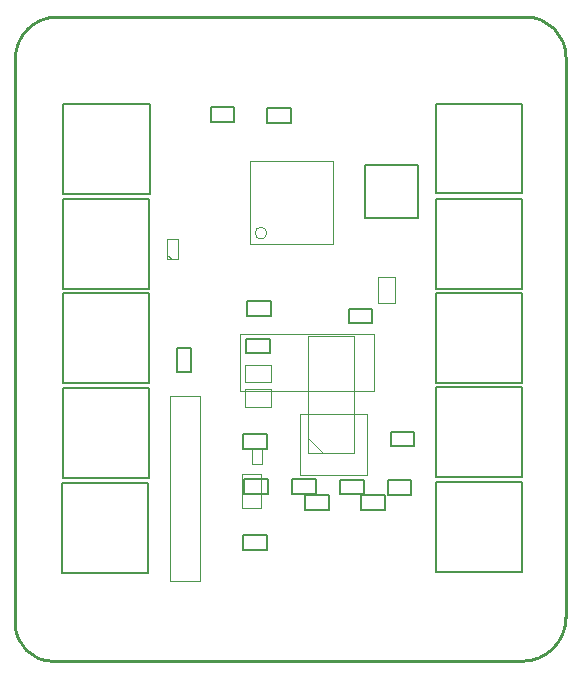
<source format=gbr>
G04*
G04 #@! TF.GenerationSoftware,Altium Limited,Altium Designer,23.3.1 (30)*
G04*
G04 Layer_Color=16711935*
%FSLAX25Y25*%
%MOIN*%
G70*
G04*
G04 #@! TF.SameCoordinates,9E9A1B20-5B00-4279-B210-449FD35A5861*
G04*
G04*
G04 #@! TF.FilePolarity,Positive*
G04*
G01*
G75*
%ADD10C,0.00787*%
%ADD11C,0.00394*%
%ADD15C,0.01000*%
D10*
X188586Y145408D02*
Y150329D01*
X180712D02*
X188586D01*
X180712Y145408D02*
Y150329D01*
Y145408D02*
X188586D01*
X201519Y163750D02*
X209393D01*
Y158829D02*
Y163750D01*
X201519Y158829D02*
X209393D01*
X201519D02*
Y163750D01*
X181234Y168989D02*
X189108D01*
X181234Y164068D02*
Y168989D01*
Y164068D02*
X189108D01*
Y168989D01*
X197224Y164108D02*
X205098D01*
Y169029D01*
X197224D02*
X205098D01*
X197224Y164108D02*
Y169029D01*
X213053Y168925D02*
X220927D01*
X213053Y164003D02*
Y168925D01*
Y164003D02*
X220927D01*
Y168925D01*
X228971Y168860D02*
X236845D01*
X228971Y163939D02*
Y168860D01*
Y163939D02*
X236845D01*
Y168860D01*
X229962Y180009D02*
X237836D01*
Y184931D01*
X229962D02*
X237836D01*
X229962Y180009D02*
Y184931D01*
X216020Y225958D02*
X223894D01*
X216020Y221037D02*
Y225958D01*
Y221037D02*
X223894D01*
Y225958D01*
X181724Y215907D02*
X189598D01*
X181724Y210986D02*
Y215907D01*
Y210986D02*
X189598D01*
Y215907D01*
X190081Y223552D02*
Y228474D01*
X182207D02*
X190081D01*
X182207Y223552D02*
Y228474D01*
Y223552D02*
X190081D01*
X273775Y169733D02*
Y199694D01*
X245035D02*
X273775D01*
X245035Y169733D02*
Y199694D01*
Y169733D02*
X273775D01*
X120682Y201144D02*
Y231105D01*
Y201144D02*
X149422D01*
Y231105D01*
X120682D02*
X149422D01*
X158573Y212748D02*
X163494D01*
X158573Y204874D02*
Y212748D01*
Y204874D02*
X163494D01*
Y212748D01*
X120701Y169475D02*
Y199436D01*
Y169475D02*
X149441D01*
Y199436D01*
X120701D02*
X149441D01*
X273813Y201042D02*
Y231003D01*
X245073D02*
X273813D01*
X245073Y201042D02*
Y231003D01*
Y201042D02*
X273813D01*
X273676Y264320D02*
Y294280D01*
X244936D02*
X273676D01*
X244936Y264320D02*
Y294280D01*
Y264320D02*
X273676D01*
Y232618D02*
Y262578D01*
X244936D02*
X273676D01*
X244936Y232618D02*
Y262578D01*
Y232618D02*
X273676D01*
X273864Y138243D02*
Y168203D01*
X245124D02*
X273864D01*
X245124Y138243D02*
Y168203D01*
Y138243D02*
X273864D01*
X120893Y264164D02*
Y294124D01*
Y264164D02*
X149633D01*
Y294124D01*
X120893D02*
X149633D01*
X120737Y232621D02*
Y262581D01*
Y232621D02*
X149477D01*
Y262581D01*
X120737D02*
X149477D01*
X120424Y137906D02*
Y167867D01*
Y137906D02*
X149165D01*
Y167867D01*
X120424D02*
X149165D01*
X188605Y179270D02*
Y184191D01*
X180731D02*
X188605D01*
X180731Y179270D02*
Y184191D01*
Y179270D02*
X188605D01*
X227970Y158858D02*
Y163780D01*
X220096D02*
X227970D01*
X220096Y158858D02*
Y163780D01*
Y158858D02*
X227970D01*
X188739Y292700D02*
X196613D01*
Y287779D02*
Y292700D01*
X188739Y287779D02*
X196613D01*
X188739D02*
Y292700D01*
X169947Y292975D02*
X177821D01*
Y288054D02*
Y292975D01*
X169947Y288054D02*
X177821D01*
X169947D02*
Y292975D01*
X221454Y256055D02*
Y273771D01*
X239171D01*
Y256055D02*
Y273771D01*
X221454Y256055D02*
X239171D01*
D11*
X188679Y251125D02*
G03*
X188679Y251125I-1969J0D01*
G01*
X183884Y174292D02*
X187230D01*
X183884Y179213D02*
X187230D01*
X183884Y174292D02*
Y179213D01*
X187230Y174292D02*
Y179213D01*
X202328Y177889D02*
X217683D01*
Y216866D01*
X202328D02*
X217683D01*
X202328Y177889D02*
Y216866D01*
Y182889D02*
X207329Y177889D01*
X190053Y193291D02*
Y199000D01*
X181391Y193291D02*
Y199000D01*
X190053D01*
X181391Y193291D02*
X190053D01*
X189992Y201332D02*
Y207041D01*
X181331Y201332D02*
Y207041D01*
X189992D01*
X181331Y201332D02*
X189992D01*
X156294Y196745D02*
X166294D01*
Y135248D02*
Y196745D01*
X156294Y135248D02*
X166294D01*
X156294D02*
Y196745D01*
X186817Y159334D02*
Y170751D01*
X180518Y159334D02*
X186817D01*
X180518D02*
Y170751D01*
X186817D01*
X199725Y170308D02*
Y190781D01*
Y170308D02*
X222166D01*
Y190781D01*
X199725D02*
X222166D01*
X179657Y217449D02*
X224342D01*
X179657Y198551D02*
Y217449D01*
Y198551D02*
X224342D01*
Y217449D01*
X155528Y242380D02*
Y249073D01*
X159072D01*
Y242380D02*
Y249073D01*
X155528Y242380D02*
X159072D01*
X155528Y243758D02*
X156906Y242380D01*
X225615Y227732D02*
X231324D01*
X225615Y236394D02*
X231324D01*
X225615Y227732D02*
Y236394D01*
X231324Y227732D02*
Y236394D01*
X210726Y247582D02*
Y275141D01*
X183168Y247582D02*
Y275141D01*
X210726D01*
X183168Y247582D02*
X210726D01*
D15*
X118795Y323113D02*
G03*
X104852Y309169I0J-13943D01*
G01*
X288380Y309838D02*
G03*
X275105Y323113I-13275J0D01*
G01*
X104852Y120800D02*
G03*
X117285Y108367I12433J0D01*
G01*
X273807D02*
G03*
X288380Y122940I0J14573D01*
G01*
X118795Y323113D02*
X275105D01*
X104852Y120800D02*
Y309169D01*
X117285Y108367D02*
X273807D01*
X288380Y122940D02*
Y309838D01*
M02*

</source>
